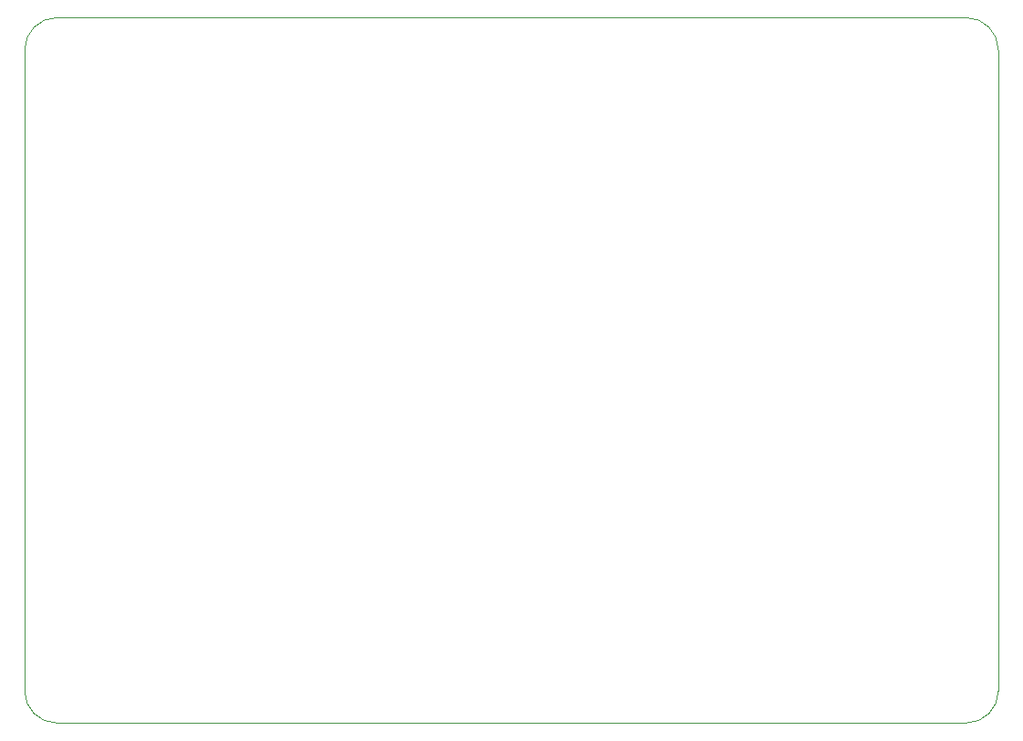
<source format=gbr>
%TF.GenerationSoftware,KiCad,Pcbnew,8.0.8*%
%TF.CreationDate,2025-03-04T21:19:46+00:00*%
%TF.ProjectId,Servo Frog V4 Rev B,53657276-6f20-4467-926f-672056342052,rev?*%
%TF.SameCoordinates,Original*%
%TF.FileFunction,Profile,NP*%
%FSLAX46Y46*%
G04 Gerber Fmt 4.6, Leading zero omitted, Abs format (unit mm)*
G04 Created by KiCad (PCBNEW 8.0.8) date 2025-03-04 21:19:46*
%MOMM*%
%LPD*%
G01*
G04 APERTURE LIST*
%TA.AperFunction,Profile*%
%ADD10C,0.050000*%
%TD*%
G04 APERTURE END LIST*
D10*
X114506000Y-56642000D02*
X198930000Y-56642000D01*
X201930000Y-59642000D02*
X201930000Y-119174000D01*
X111506000Y-59642000D02*
G75*
G02*
X114506000Y-56642000I3000000J0D01*
G01*
X198930000Y-122174000D02*
X114506000Y-122174000D01*
X201930000Y-119174000D02*
G75*
G02*
X198930000Y-122174000I-3000000J0D01*
G01*
X198930000Y-56642000D02*
G75*
G02*
X201930000Y-59642000I0J-3000000D01*
G01*
X111506000Y-119174000D02*
X111506000Y-59642000D01*
X114506000Y-122174000D02*
G75*
G02*
X111506000Y-119174000I0J3000000D01*
G01*
M02*

</source>
